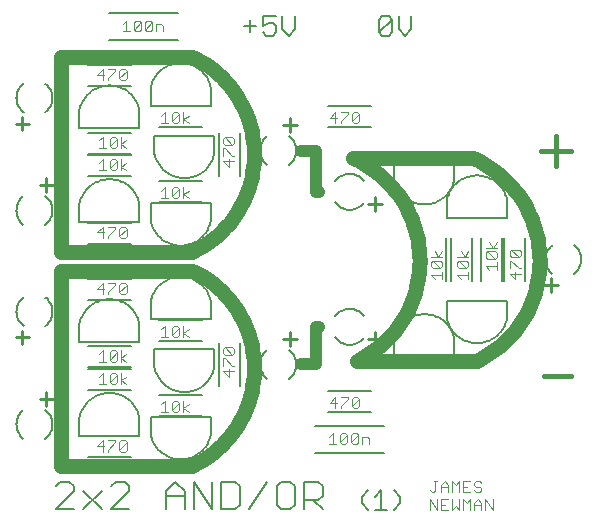
<source format=gto>
G04 Output by ViewMate Deluxe V11.0.9  PentaLogix LLC*
G04 Sun Feb 16 15:40:48 2014*
%FSLAX33Y33*%
%MOMM*%
%IPPOS*%
%ADD16C,0.127*%
%ADD17C,0.254*%
%ADD18C,0.1016*%
%ADD105C,1.27*%
%ADD106C,1.016*%
%ADD107C,0.1524*%
%ADD108C,0.2032*%
%ADD109C,0.0762*%
%ADD110C,0.4064*%

%LPD*%
X0Y0D2*D16*G1X21844Y23520D2*X21808Y23675D1*X21763Y23825*X21709Y23975*X21646Y24120*X21575Y24260*X21493Y24397*X21405Y24529*X21308Y24653*X21206Y24773*X21095Y24884*X20978Y24991*X20853Y25090*X20724Y25179*X20589Y25263*X20450Y25336*X20305Y25403*X20157Y25458*X20008Y25507*X19853Y25545*X19698Y25573*X19540Y25593*X19383Y25603*X19225Y25603*X19068Y25593*X18910Y25573*X18755Y25545*X18600Y25507*X18451Y25458*X18303Y25403*X18158Y25336*X18019Y25263*X17884Y25179*X17755Y25090*X17630Y24991*X17513Y24884*X17402Y24773*X17300Y24653*X17203Y24529*X17115Y24397*X17033Y24260*X16962Y24120*X16899Y23975*X16845Y23825*X16800Y23675*X16764Y23520*X15812Y13678D2*X15776Y13833D1*X15730Y13983*X15677Y14133*X15613Y14277*X15542Y14417*X15461Y14554*X15372Y14686*X15276Y14811*X15174Y14930*X15062Y15042*X14945Y15149*X14821Y15248*X14691Y15337*X14557Y15420*X14417Y15494*X14272Y15560*X14125Y15616*X13975Y15664*X13820Y15702*X13665Y15730*X13508Y15751*X13350Y15761*X13193Y15761*X13035Y15751*X12878Y15730*X12723Y15702*X12568Y15664*X12418Y15616*X12271Y15560*X12126Y15494*X11986Y15420*X11852Y15337*X11722Y15248*X11598Y15149*X11481Y15042*X11369Y14930*X11267Y14811*X11171Y14686*X11082Y14554*X11001Y14417*X10930Y14277*X10866Y14133*X10813Y13983*X10767Y13833*X10732Y13678*X10732Y12154*X15812Y12154*X16764Y12217D2*X16800Y12062D1*X16845Y11913*X16899Y11763*X16962Y11618*X17033Y11478*X17115Y11341*X17203Y11209*X17300Y11085*X17402Y10965*X17513Y10853*X17630Y10747*X17755Y10648*X17884Y10559*X18019Y10475*X18158Y10401*X18303Y10335*X18451Y10279*X18600Y10231*X18755Y10193*X18910Y10165*X19068Y10145*X19225Y10135*X19383Y10135*X19540Y10145*X19698Y10165*X19853Y10193*X20008Y10231*X20157Y10279*X20305Y10335*X20450Y10401*X20589Y10475*X20724Y10559*X20853Y10648*X20978Y10747*X21095Y10853*X21206Y10965*X21308Y11085*X21405Y11209*X21493Y11341*X21575Y11478*X21646Y11618*X21709Y11763*X21763Y11913*X21808Y12062*X21844Y12217*X21844Y13741*X16764Y13741*X15812Y12154D2*X15812Y13678D1*X16764Y13741D2*X16764Y12217D1*X17082Y17932D2*X17117Y17777D1*X17163Y17628*X17216Y17478*X17280Y17333*X17351Y17193*X17432Y17056*X17521Y16924*X17617Y16800*X17719Y16680*X17831Y16568*X17948Y16462*X18072Y16363*X18202Y16274*X18336Y16190*X18476Y16116*X18621Y16050*X18768Y15994*X18918Y15946*X19073Y15908*X19228Y15880*X19385Y15860*X19543Y15850*X19700Y15850*X19858Y15860*X20015Y15880*X20170Y15908*X20325Y15946*X20475Y15994*X20622Y16050*X20767Y16116*X20907Y16190*X21041Y16274*X21171Y16363*X21295Y16462*X21412Y16568*X21524Y16680*X21626Y16800*X21722Y16924*X21811Y17056*X21892Y17193*X21963Y17333*X22027Y17478*X22080Y17628*X22126Y17777*X22162Y17932*X22162Y19456*X17082Y19456*X17082Y17932*X15812Y21615D2*X15776Y21770D1*X15730Y21920*X15677Y22070*X15613Y22215*X15542Y22355*X15461Y22492*X15372Y22624*X15276Y22748*X15174Y22868*X15062Y22979*X14945Y23086*X14821Y23185*X14691Y23274*X14557Y23358*X14417Y23432*X14272Y23498*X14125Y23553*X13975Y23602*X13820Y23640*X13665Y23668*X13508Y23688*X13350Y23698*X13193Y23698*X13035Y23688*X12878Y23668*X12723Y23640*X12568Y23602*X12418Y23553*X12271Y23498*X12126Y23432*X11986Y23358*X11852Y23274*X11722Y23185*X11598Y23086*X11481Y22979*X11369Y22868*X11267Y22748*X11171Y22624*X11082Y22492*X11001Y22355*X10930Y22215*X10866Y22070*X10813Y21920*X10767Y21770*X10732Y21615*X10732Y20091*X15812Y20091*X15812Y21615*X16764Y23520D2*X16764Y21996D1*X21844Y21996*X21844Y23520*X22162Y36030D2*X22126Y35875D1*X22080Y35725*X22027Y35575*X21963Y35430*X21892Y35291*X21811Y35154*X21722Y35022*X21626Y34897*X21524Y34778*X21412Y34666*X21295Y34559*X21171Y34460*X21041Y34371*X20907Y34287*X20767Y34214*X20622Y34148*X20475Y34092*X20325Y34044*X20170Y34006*X20015Y33978*X19858Y33957*X19700Y33947*X19543Y33947*X19385Y33957*X19228Y33978*X19073Y34006*X18918Y34044*X18768Y34092*X18621Y34148*X18476Y34214*X18336Y34287*X18202Y34371*X18072Y34460*X17948Y34559*X17831Y34666*X17719Y34778*X17617Y34897*X17521Y35022*X17432Y35154*X17351Y35291*X17280Y35430*X17216Y35575*X17163Y35725*X17117Y35875*X17082Y36030*X15812Y38189D2*X10732Y38189D1*X10732Y39713*X10767Y39868*X10813Y40018*X10866Y40168*X10930Y40312*X11001Y40452*X11082Y40589*X11171Y40721*X11267Y40846*X11369Y40965*X11481Y41077*X11598Y41184*X11722Y41283*X11852Y41372*X11986Y41455*X12126Y41529*X12271Y41595*X12418Y41651*X12568Y41699*X12723Y41737*X12878Y41765*X13035Y41786*X13193Y41796*X13350Y41796*X13508Y41786*X13665Y41765*X13820Y41737*X13975Y41699*X14125Y41651*X14272Y41595*X14417Y41529*X14557Y41455*X14691Y41372*X14821Y41283*X14945Y41184*X15062Y41077*X15174Y40965*X15276Y40846*X15372Y40721*X15461Y40589*X15542Y40452*X15613Y40312*X15677Y40168*X15730Y40018*X15776Y39868*X15812Y39713*X16764Y41618D2*X16800Y41773D1*X16845Y41923*X16899Y42073*X16962Y42217*X17033Y42357*X17115Y42494*X17203Y42626*X17300Y42751*X17402Y42870*X17513Y42982*X17630Y43089*X17755Y43188*X17884Y43277*X18019Y43360*X18158Y43434*X18303Y43500*X18451Y43556*X18600Y43604*X18755Y43642*X18910Y43670*X19068Y43691*X19225Y43701*X19383Y43701*X19540Y43691*X19698Y43670*X19853Y43642*X20008Y43604*X20157Y43556*X20305Y43500*X20450Y43434*X20589Y43360*X20724Y43277*X20853Y43188*X20978Y43089*X21095Y42982*X21206Y42870*X21308Y42751*X21405Y42626*X21493Y42494*X21575Y42357*X21646Y42217*X21709Y42073*X21763Y41923*X21808Y41773*X21844Y41618*X21844Y40094*X16764Y40094*X16764Y41618*X15812Y38189D2*X15812Y39713D1*X17082Y36030D2*X17082Y37554D1*X22162Y37554*X22162Y36030*X21844Y30315D2*X21808Y30160D1*X21763Y30010*X21709Y29860*X21646Y29715*X21575Y29576*X21493Y29439*X21405Y29307*X21308Y29182*X21206Y29063*X21095Y28951*X20978Y28844*X20853Y28745*X20724Y28656*X20589Y28572*X20450Y28499*X20305Y28433*X20157Y28377*X20008Y28329*X19853Y28291*X19698Y28263*X19540Y28242*X19383Y28232*X19225Y28232*X19068Y28242*X18910Y28263*X18755Y28291*X18600Y28329*X18451Y28377*X18303Y28433*X18158Y28499*X18019Y28572*X17884Y28656*X17755Y28745*X17630Y28844*X17513Y28951*X17402Y29063*X17300Y29182*X17203Y29307*X17115Y29439*X17033Y29576*X16962Y29715*X16899Y29860*X16845Y30010*X16800Y30160*X16764Y30315*X15812Y31775D2*X15776Y31930D1*X15730Y32080*X15677Y32230*X15613Y32375*X15542Y32515*X15461Y32652*X15372Y32784*X15276Y32908*X15174Y33028*X15062Y33139*X14945Y33246*X14821Y33345*X14691Y33434*X14557Y33518*X14417Y33592*X14272Y33658*X14125Y33713*X13975Y33762*X13820Y33800*X13665Y33828*X13508Y33848*X13350Y33858*X13193Y33858*X13035Y33848*X12878Y33828*X12723Y33800*X12568Y33762*X12418Y33713*X12271Y33658*X12126Y33592*X11986Y33518*X11852Y33434*X11722Y33345*X11598Y33246*X11481Y33139*X11369Y33028*X11267Y32908*X11171Y32784*X11082Y32652*X11001Y32515*X10930Y32375*X10866Y32230*X10813Y32080*X10767Y31930*X10732Y31775*X10732Y30251*X15812Y30251*X15812Y31775*X16764Y30315D2*X16764Y31839D1*X21844Y31839*X21844Y30315*X46926Y30569D2*X46926Y32093D1*X46891Y32248*X46845Y32398*X46792Y32548*X46728Y32692*X46657Y32832*X46576Y32969*X46487Y33101*X46391Y33226*X46289Y33345*X46177Y33457*X46060Y33564*X45936Y33663*X45806Y33752*X45672Y33835*X45532Y33909*X45387Y33975*X45240Y34031*X45090Y34079*X44935Y34117*X44780Y34145*X44623Y34166*X44465Y34176*X44308Y34176*X44150Y34166*X43993Y34145*X43838Y34117*X43683Y34079*X43533Y34031*X43386Y33975*X43241Y33909*X43101Y33835*X42967Y33752*X42837Y33663*X42713Y33564*X42596Y33457*X42484Y33345*X42382Y33226*X42286Y33101*X42197Y32969*X42116Y32832*X42045Y32692*X41981Y32548*X41928Y32398*X41882Y32248*X41846Y32093*X42482Y33807D2*X42446Y33652D1*X42400Y33503*X42347Y33353*X42283Y33208*X42212Y33068*X42131Y32931*X42042Y32799*X41946Y32675*X41844Y32555*X41732Y32443*X41615Y32337*X41491Y32238*X41361Y32149*X41227Y32065*X41087Y31991*X40942Y31925*X40795Y31869*X40645Y31821*X40490Y31783*X40335Y31755*X40178Y31735*X40020Y31725*X39863Y31725*X39705Y31735*X39548Y31755*X39393Y31783*X39238Y31821*X39088Y31869*X38941Y31925*X38796Y31991*X38656Y32065*X38522Y32149*X38392Y32238*X38268Y32337*X38151Y32443*X38039Y32555*X37937Y32675*X37841Y32799*X37752Y32931*X37671Y33068*X37600Y33208*X37536Y33353*X37483Y33503*X37437Y33652*X37402Y33807*X37402Y35331*X42482Y35331*X42482Y33807*X41846Y32093D2*X41846Y30569D1*X46926Y30569*X46926Y22060D2*X46891Y21905D1*X46845Y21755*X46792Y21605*X46728Y21460*X46657Y21321*X46576Y21184*X46487Y21052*X46391Y20927*X46289Y20808*X46177Y20696*X46060Y20589*X45936Y20490*X45806Y20401*X45672Y20317*X45532Y20244*X45387Y20178*X45240Y20122*X45090Y20074*X44935Y20036*X44780Y20008*X44623Y19987*X44465Y19977*X44308Y19977*X44150Y19987*X43993Y20008*X43838Y20036*X43683Y20074*X43533Y20122*X43386Y20178*X43241Y20244*X43101Y20317*X42967Y20401*X42837Y20490*X42713Y20589*X42596Y20696*X42484Y20808*X42382Y20927*X42286Y21052*X42197Y21184*X42116Y21321*X42045Y21460*X41981Y21605*X41928Y21755*X41882Y21905*X41846Y22060*X42482Y20345D2*X42446Y20500D1*X42400Y20650*X42347Y20800*X42283Y20945*X42212Y21085*X42131Y21222*X42042Y21354*X41946Y21478*X41844Y21598*X41732Y21709*X41615Y21816*X41491Y21915*X41361Y22004*X41227Y22088*X41087Y22162*X40942Y22228*X40795Y22283*X40645Y22332*X40490Y22370*X40335Y22398*X40178Y22418*X40020Y22428*X39863Y22428*X39705Y22418*X39548Y22398*X39393Y22370*X39238Y22332*X39088Y22283*X38941Y22228*X38796Y22162*X38656Y22088*X38522Y22004*X38392Y21915*X38268Y21816*X38151Y21709*X38039Y21598*X37937Y21478*X37841Y21354*X37752Y21222*X37671Y21085*X37600Y20945*X37536Y20800*X37483Y20650*X37437Y20500*X37402Y20345*X37402Y18821*X42482Y18821*X42482Y20345*X41846Y22060D2*X41846Y23584D1*X46926Y23584*X46926Y22060*D17*X50673Y25489D2*X50673Y24346D1*X50102Y24917D2*X51244Y24917D1*X7366Y15265D2*X8509Y15265D1*X7938Y15837D2*X7938Y14694D1*X6477Y20472D2*X5334Y20472D1*X5906Y21044D2*X5906Y19901D1*X6477Y38570D2*X5334Y38570D1*X5906Y37998D2*X5906Y39141D1*X7938Y32791D2*X7938Y33934D1*X8509Y33363D2*X7366Y33363D1*X28575Y37871D2*X28575Y39014D1*X29146Y38443D2*X28004Y38443D1*X35179Y31775D2*X36322Y31775D1*X35750Y31204D2*X35750Y32347D1*X35750Y20917D2*X35750Y19774D1*X35179Y20345D2*X36322Y20345D1*X28575Y19774D2*X28575Y20917D1*X28004Y20345D2*X29146Y20345D1*D18*X14402Y46977D2*X14707Y47285D1*X14707Y46368*X15011Y46368D2*X14402Y46368D1*X15337Y46520D2*X15337Y47130D1*X15489Y47285*X15794Y47285*X15949Y47130*X15337Y46520*X15489Y46368*X15794Y46368*X15949Y46520*X15949Y47130*X16883Y47130D2*X16731Y47285D1*X16426Y47285*X16274Y47130*X16274Y46520*X16883Y46520D2*X16731Y46368D1*X16426Y46368*X16274Y46520*X16883Y47130*X16883Y46520*X17208Y46368D2*X17208Y46977D1*X17666Y46977*X17818Y46825*X17818Y46368*X31864Y12052D2*X32169Y12360D1*X32169Y11443*X32474Y11443D2*X31864Y11443D1*X32799Y11595D2*X32799Y12205D1*X32951Y12360*X33256Y12360*X33411Y12205*X33411Y11595D2*X33411Y12205D1*X32799Y11595*X32951Y11443*X33256Y11443*X33411Y11595*X33736Y11595D2*X33736Y12205D1*X33889Y12360*X34193Y12360*X34346Y12205*X34346Y11595D2*X34346Y12205D1*X33736Y11595*X33889Y11443*X34193Y11443*X34346Y11595*X34671Y11443D2*X34671Y12052D1*X35128Y12052*X35281Y11900*X35281Y11443*D105*X44069Y35649D2*X33909Y35649D1*X44066Y35649D2*X44480Y35453D1*X44884Y35240*X45276Y35004*X45654Y34752*X46022Y34480*X46378Y34193*X46716Y33886*X47041Y33566*X47351Y33231*X47643Y32878*X47917Y32515*X48174Y32136*X48412Y31747*X48631Y31346*X48832Y30937*X49012Y30516*X49169Y30089*X49309Y29654*X49426Y29213*X49522Y28766*X49596Y28316*X49649Y27861*X49680Y27407*X49687Y26949*X49675Y26492*X49639Y26038*X49581Y25585*X49502Y25136*X49400Y24691*X49279Y24249*X49134Y23818*X48971Y23391*X48786Y22972*X48583Y22565*X48359Y22167*X48115Y21780*X47854Y21405*X47574Y21044*X47280Y20696*X46967Y20363*X46639Y20046*X46297Y19743*X45938Y19461*X45568Y19192*X45184Y18946*X44790Y18715*X44384Y18504*X34226Y18504D2*X44386Y18504D1*X34224Y18504D2*X34630Y18715D1*X35024Y18946*X35408Y19192*X35778Y19461*X36137Y19743*X36479Y20046*X36807Y20363*X37120Y20696*X37414Y21044*X37694Y21405*X37955Y21780*X38199Y22167*X38423Y22565*X38626Y22972*X38811Y23391*X38974Y23818*X39119Y24249*X39240Y24691*X39342Y25136*X39421Y25585*X39479Y26038*X39515Y26492*X39527Y26949*X39520Y27407*X39489Y27861*X39436Y28316*X39362Y28766*X39266Y29213*X39149Y29654*X39009Y30089*X38852Y30516*X38672Y30937*X38471Y31346*X38252Y31747*X38014Y32136*X37757Y32515*X37483Y32878*X37191Y33231*X36881Y33566*X36556Y33886*X36218Y34193*X35862Y34480*X35494Y34752*X35116Y35004*X34724Y35240*X34320Y35453*X33906Y35649*X9144Y27711D2*X9144Y44221D1*X20256Y44221*X20254Y44221D2*X20648Y44026D1*X21034Y43810*X21405Y43579*X21768Y43327*X22116Y43061*X22451Y42776*X22774Y42476*X23081Y42161*X23371Y41834*X23645Y41491*X23904Y41135*X24145Y40767*X24366Y40386*X24572Y39997*X24755Y39599*X24922Y39192*X25067Y38778*X25192Y38357*X25298Y37930*X25382Y37498*X25446Y37064*X25489Y36624*X25509Y36187*X25509Y35745*X25489Y35309*X25446Y34869*X25382Y34435*X25298Y34003*X25192Y33576*X25067Y33155*X24922Y32741*X24755Y32334*X24572Y31935*X24366Y31547*X24145Y31166*X23904Y30798*X23645Y30442*X23371Y30099*X23081Y29771*X22774Y29456*X22451Y29157*X22116Y28872*X21768Y28605*X21405Y28354*X21034Y28123*X20648Y27907*X20254Y27711*X9144Y27711D2*X20256Y27711D1*X9144Y9614D2*X9144Y26124D1*X20256Y26124*X20254Y26124D2*X20648Y25928D1*X21034Y25712*X21405Y25481*X21768Y25230*X22116Y24963*X22451Y24679*X22774Y24379*X23081Y24064*X23371Y23736*X23645Y23393*X23904Y23038*X24145Y22670*X24366Y22288*X24572Y21900*X24755Y21501*X24922Y21095*X25067Y20681*X25192Y20259*X25298Y19832*X25382Y19401*X25446Y18966*X25489Y18527*X25509Y18090*X25509Y17648*X25489Y17211*X25446Y16772*X25382Y16337*X25298Y15905*X25192Y15479*X25067Y15057*X24922Y14643*X24755Y14237*X24572Y13838*X24366Y13449*X24145Y13068*X23904Y12700*X23645Y12344*X23371Y12002*X23081Y11674*X22774Y11359*X22451Y11059*X22116Y10775*X21768Y10508*X21405Y10257*X21034Y10025*X20648Y9809*X20254Y9614*X9144Y9614D2*X20256Y9614D1*D106*X29464Y18186D2*X30734Y18186D1*X30734Y21361*X31052Y21361*X30734Y36284D2*X29464Y36284D1*X31052Y32791D2*X30734Y32791D1*X30734Y36284*D107*X34811Y20447D2*X34737Y20356D1*X34656Y20269*X34567Y20190*X34475Y20119*X34376Y20056*X34272Y19997*X34166Y19949*X34056Y19909*X33942Y19878*X33825Y19855*X33708Y19842*X33592Y19837*X32388Y22296D2*X32464Y22385D1*X32542Y22469*X32631Y22545*X32723Y22614*X32819Y22675*X32921Y22730*X33028Y22776*X33137Y22817*X33249Y22847*X33360Y22868*X33477Y22880*X33592Y22885*X34795Y22296D2*X34719Y22385D1*X34641Y22469*X34552Y22545*X34460Y22614*X34364Y22675*X34262Y22730*X34155Y22776*X34046Y22817*X33934Y22847*X33823Y22868*X33706Y22880*X33592Y22885*X32352Y20475D2*X32426Y20381D1*X32507Y20292*X32596Y20208*X32690Y20132*X32789Y20066*X32893Y20008*X33005Y19954*X33117Y19914*X33233Y19881*X33350Y19858*X33472Y19842*X33592Y19837*X52624Y28280D2*X52713Y28204D1*X52796Y28125*X52873Y28037*X52941Y27945*X53002Y27849*X53058Y27747*X53104Y27640*X53144Y27531*X53175Y27419*X53195Y27308*X53208Y27191*X53213Y27076*X50775Y25857D2*X50683Y25931D1*X50597Y26012*X50518Y26101*X50447Y26192*X50383Y26292*X50325Y26396*X50277Y26502*X50236Y26612*X50206Y26726*X50183Y26843*X50170Y26960*X50165Y27076*X50803Y28316D2*X50709Y28242D1*X50620Y28161*X50536Y28072*X50460Y27978*X50394Y27879*X50335Y27775*X50282Y27663*X50241Y27551*X50208Y27435*X50185Y27318*X50170Y27196*X50165Y27076*X52624Y25872D2*X52713Y25949D1*X52796Y26027*X52873Y26116*X52941Y26208*X53002Y26304*X53058Y26406*X53104Y26513*X53144Y26622*X53175Y26734*X53195Y26845*X53208Y26962*X53213Y27076*X48450Y25235D2*X48450Y28918D1*X46672Y28918D2*X46672Y25235D1*X46546Y25235D2*X46546Y28918D1*X44768Y28918D2*X44768Y25235D1*X44006Y25235D2*X44006Y28918D1*X42228Y28918D2*X42228Y25235D1*X41783Y25235D2*X41783Y28918D1*X40005Y28918D2*X40005Y25235D1*X33592Y34315D2*X33477Y34310D1*X33360Y34298*X33249Y34277*X33137Y34247*X33028Y34206*X32921Y34160*X32819Y34105*X32723Y34044*X32631Y33975*X32542Y33899*X32464Y33815*X32388Y33726*X33592Y31267D2*X33708Y31272D1*X33825Y31285*X33942Y31308*X34056Y31339*X34166Y31379*X34272Y31427*X34376Y31486*X34475Y31549*X34567Y31620*X34656Y31699*X34737Y31786*X34811Y31877*X33592Y34315D2*X33706Y34310D1*X33823Y34298*X33934Y34277*X34046Y34247*X34155Y34206*X34262Y34160*X34364Y34105*X34460Y34044*X34552Y33975*X34641Y33899*X34719Y33815*X34795Y33726*X33592Y31267D2*X33472Y31272D1*X33350Y31288*X33233Y31311*X33117Y31344*X33005Y31384*X32893Y31438*X32789Y31496*X32690Y31562*X32596Y31638*X32507Y31722*X32426Y31811*X32352Y31905*X38829Y47640D2*X38829Y46556D1*X38288Y46012*X37744Y46556*X37744Y47640*X37193Y47368D2*X36921Y47640D1*X36380Y47640*X36109Y47368*X36109Y46284D2*X36380Y46012D1*X36921Y46012*X37193Y46284*X37193Y47368*X36109Y46284*X36109Y47368*X25171Y46284D2*X25171Y47368D1*X25712Y46825D2*X24628Y46825D1*X27351Y47640D2*X26266Y47640D1*X26266Y46825*X27351Y46284D2*X27351Y46825D1*X27079Y47097*X26807Y47097*X26266Y46825*X26266Y46284D2*X26538Y46012D1*X27079Y46012*X27351Y46284*X28445Y46012D2*X27902Y46556D1*X27902Y47640*X28986Y47640D2*X28986Y46556D1*X28445Y46012*X35433Y40030D2*X31750Y40030D1*X31750Y38252D2*X35433Y38252D1*X7836Y14326D2*X7927Y14252D1*X8014Y14171*X8092Y14082*X8164Y13990*X8227Y13891*X8285Y13787*X8334Y13680*X8374Y13571*X8405Y13457*X8428Y13340*X8440Y13223*X8446Y13106*X5987Y11902D2*X5898Y11979D1*X5814Y12057*X5738Y12146*X5669Y12238*X5608Y12334*X5552Y12436*X5507Y12543*X5466Y12652*X5436Y12764*X5415Y12875*X5403Y12992*X5398Y13106*X5987Y14310D2*X5898Y14234D1*X5814Y14155*X5738Y14067*X5669Y13975*X5608Y13879*X5552Y13777*X5507Y13670*X5466Y13561*X5436Y13449*X5415Y13338*X5403Y13221*X5398Y13106*X7808Y11867D2*X7902Y11941D1*X7991Y12022*X8075Y12111*X8151Y12205*X8217Y12304*X8275Y12408*X8329Y12520*X8369Y12631*X8402Y12748*X8425Y12865*X8440Y12987*X8446Y13106*X7856Y23835D2*X7945Y23759D1*X8029Y23680*X8105Y23592*X8174Y23500*X8235Y23404*X8291Y23302*X8336Y23195*X8377Y23086*X8407Y22974*X8428Y22863*X8440Y22746*X8446Y22631*X6007Y21412D2*X5916Y21486D1*X5829Y21567*X5751Y21656*X5679Y21747*X5616Y21847*X5558Y21951*X5509Y22057*X5469Y22167*X5438Y22281*X5415Y22398*X5403Y22515*X5398Y22631*X6035Y23871D2*X5941Y23797D1*X5852Y23716*X5768Y23627*X5692Y23533*X5626Y23434*X5568Y23330*X5514Y23218*X5474Y23106*X5441Y22990*X5418Y22873*X5403Y22751*X5398Y22631*X7856Y21427D2*X7945Y21504D1*X8029Y21582*X8105Y21671*X8174Y21763*X8235Y21859*X8291Y21961*X8336Y22068*X8377Y22177*X8407Y22288*X8428Y22400*X8440Y22517*X8446Y22631*X7836Y32423D2*X7927Y32349D1*X8014Y32268*X8092Y32179*X8164Y32088*X8227Y31989*X8285Y31885*X8334Y31778*X8374Y31669*X8405Y31554*X8428Y31438*X8440Y31321*X8446Y31204*X5987Y30000D2*X5898Y30076D1*X5814Y30155*X5738Y30244*X5669Y30335*X5608Y30432*X5552Y30533*X5507Y30640*X5466Y30749*X5436Y30861*X5415Y30973*X5403Y31090*X5398Y31204*X5987Y32408D2*X5898Y32332D1*X5814Y32253*X5738Y32164*X5669Y32073*X5608Y31976*X5552Y31874*X5507Y31768*X5466Y31659*X5436Y31547*X5415Y31435*X5403Y31318*X5398Y31204*X7808Y29964D2*X7902Y30038D1*X7991Y30119*X8075Y30208*X8151Y30302*X8217Y30401*X8275Y30505*X8329Y30617*X8369Y30729*X8402Y30846*X8425Y30963*X8440Y31085*X8446Y31204*X7856Y41933D2*X7945Y41857D1*X8029Y41778*X8105Y41689*X8174Y41598*X8235Y41501*X8291Y41399*X8336Y41293*X8377Y41184*X8407Y41072*X8428Y40960*X8440Y40843*X8446Y40729*X6007Y39510D2*X5916Y39583D1*X5829Y39665*X5751Y39754*X5679Y39845*X5616Y39944*X5558Y40048*X5509Y40155*X5469Y40264*X5438Y40378*X5415Y40495*X5403Y40612*X5398Y40729*X6035Y41968D2*X5941Y41895D1*X5852Y41813*X5768Y41725*X5692Y41631*X5626Y41532*X5568Y41427*X5514Y41316*X5474Y41204*X5441Y41087*X5418Y40970*X5403Y40848*X5398Y40729*X7856Y39525D2*X7945Y39601D1*X8029Y39680*X8105Y39769*X8174Y39860*X8235Y39957*X8291Y40058*X8336Y40165*X8377Y40274*X8407Y40386*X8428Y40498*X8440Y40615*X8446Y40729*X19050Y47904D2*X13208Y47904D1*X13208Y45618D2*X19050Y45618D1*X11430Y43523D2*X15113Y43523D1*X15113Y41745D2*X11430Y41745D1*X21146Y40030D2*X17462Y40030D1*X26035Y36284D2*X26040Y36170D1*X26053Y36053*X26073Y35941*X26104Y35829*X26144Y35720*X26190Y35613*X26246Y35512*X26307Y35415*X26375Y35324*X26452Y35235*X26535Y35156*X26624Y35080*X29083Y36284D2*X29078Y36401D1*X29065Y36518*X29042Y36634*X29012Y36749*X28971Y36858*X28923Y36965*X28865Y37069*X28801Y37168*X28730Y37259*X28651Y37348*X28565Y37429*X28473Y37503*X26035Y36284D2*X26040Y36398D1*X26053Y36515*X26073Y36627*X26104Y36739*X26144Y36848*X26190Y36954*X26246Y37056*X26307Y37153*X26375Y37244*X26452Y37333*X26535Y37412*X26624Y37488*X29083Y36284D2*X29078Y36165D1*X29063Y36043*X29040Y35926*X29007Y35809*X28966Y35697*X28913Y35585*X28854Y35481*X28788Y35382*X28712Y35288*X28628Y35199*X28539Y35118*X28445Y35044*X24320Y34125D2*X24320Y37808D1*X22542Y37808D2*X22542Y34125D1*X17462Y38252D2*X21146Y38252D1*X11430Y37808D2*X15113Y37808D1*X15113Y36030D2*X11430Y36030D1*X11430Y35903D2*X15113Y35903D1*X15113Y34125D2*X11430Y34125D1*X21146Y33680D2*X17462Y33680D1*X17462Y31902D2*X21146Y31902D1*X11430Y30188D2*X15113Y30188D1*X15113Y28410D2*X11430Y28410D1*X11430Y25425D2*X15113Y25425D1*X15113Y23647D2*X11430Y23647D1*X21146Y21933D2*X17462Y21933D1*X17462Y20155D2*X21146Y20155D1*X11430Y19710D2*X15113Y19710D1*X15113Y17932D2*X11430Y17932D1*X11430Y17805D2*X15113Y17805D1*X15113Y16027D2*X11430Y16027D1*X11430Y10312D2*X15113Y10312D1*X15113Y12090D2*X11430Y12090D1*X17462Y13805D2*X21146Y13805D1*X21146Y15583D2*X17462Y15583D1*X22542Y20028D2*X22542Y16345D1*X24320Y16345D2*X24320Y20028D1*X37348Y5880D2*X37892Y6424D1*X37892Y6965*X37348Y7508*X35712Y6965D2*X36253Y7508D1*X36253Y5880*X35712Y5880D2*X36797Y5880D1*X35164Y5880D2*X34620Y6424D1*X34620Y6965*X35164Y7508*X36512Y10693D2*X30670Y10693D1*X30670Y12979D2*X36512Y12979D1*X35433Y14122D2*X31750Y14122D1*X31750Y15900D2*X35433Y15900D1*X29083Y18186D2*X29078Y18067D1*X29063Y17945*X29040Y17828*X29007Y17711*X28966Y17600*X28913Y17488*X28854Y17384*X28788Y17285*X28712Y17191*X28628Y17102*X28539Y17021*X28445Y16947*X26035Y18186D2*X26040Y18072D1*X26053Y17955*X26073Y17844*X26104Y17732*X26144Y17623*X26190Y17516*X26246Y17414*X26307Y17318*X26375Y17226*X26452Y17137*X26535Y17059*X26624Y16982*X29083Y18186D2*X29078Y18303D1*X29065Y18420*X29042Y18537*X29012Y18651*X28971Y18760*X28923Y18867*X28865Y18971*X28801Y19070*X28730Y19162*X28651Y19251*X28565Y19332*X28473Y19406*X26035Y18186D2*X26040Y18301D1*X26053Y18418*X26073Y18529*X26104Y18641*X26144Y18750*X26190Y18857*X26246Y18959*X26307Y19055*X26375Y19147*X26452Y19235*X26535Y19314*X26624Y19390*D108*X30546Y6685D2*X31326Y5906D1*X29766Y8245D2*X30937Y8245D1*X31326Y7856*X31326Y7076*X30937Y6685*X29766Y6685*X29766Y8245D2*X29766Y5906D1*X27427Y7856D2*X27818Y8245D1*X28598Y8245*X28986Y7856*X28986Y6297*X28598Y5906*X27818Y5906*X27427Y6297*X27427Y7856*X25090Y5906D2*X26647Y8245D1*X18072Y7465D2*X18852Y8245D1*X19632Y7465*X22751Y8245D2*X22751Y5906D1*X23919Y5906*X24310Y6297*X24310Y7856*X23919Y8245*X22751Y8245*X21971Y8245D2*X21971Y5906D1*X20411Y8245*X20411Y5906*X19632Y7465D2*X19632Y5906D1*X18072Y7076D2*X19632Y7076D1*X18072Y7465D2*X18072Y5906D1*X8717Y7856D2*X9108Y8245D1*X9888Y8245*X10277Y7856*X10277Y7465*X12616Y5906D2*X11057Y7465D1*X14956Y5906D2*X13396Y5906D1*X14956Y7465*X14956Y7856*X14564Y8245*X13785Y8245*X13396Y7856*X11057Y5906D2*X12616Y7465D1*X10277Y5906D2*X8717Y5906D1*X10277Y7465*D109*X13780Y43012D2*X13780Y43170D1*X13152Y43170*X12845Y42697D2*X12217Y42697D1*X12687Y43170*X12687Y42228*X13152Y42228D2*X13152Y42385D1*X13780Y43012*X14717Y43012D2*X14559Y43170D1*X14244Y43170*X14089Y43012*X14089Y42385*X14244Y42228D2*X14559Y42228D1*X14717Y42385*X14717Y43012*X14089Y42385*X14244Y42228*X13780Y11580D2*X13780Y11737D1*X13152Y11737*X12845Y11265D2*X12217Y11265D1*X12687Y11737*X12687Y10795*X13152Y10795D2*X13152Y10952D1*X13780Y11580*X14089Y10952D2*X14089Y11580D1*X14244Y11737*X14559Y11737*X14717Y11580D2*X14717Y10952D1*X14559Y10795*X14244Y10795*X14089Y10952*X14717Y11580*X14559Y11737*X14714Y18415D2*X14244Y18730D1*X14714Y19042*X12372Y17137D2*X12687Y17452D1*X13000Y16510D2*X12372Y16510D1*X12687Y17452D2*X12687Y16510D1*X12372Y19042D2*X12687Y19357D1*X12687Y18415*X13000Y18415D2*X12372Y18415D1*X13310Y18572D2*X13310Y19200D1*X13465Y19357*X13780Y19357*X13937Y19200*X14244Y18415D2*X14244Y19357D1*X13780Y18415D2*X13937Y18572D1*X13937Y19200*X13310Y18572*X13465Y18415*X13780Y18415*X13937Y17295D2*X13780Y17452D1*X13465Y17452*X13310Y17295*X13310Y16667*X13937Y16667D2*X13937Y17295D1*X13310Y16667*X13465Y16510*X13780Y16510*X13937Y16667*X14244Y17452D2*X14244Y16510D1*X14714Y17137D2*X14244Y16825D1*X14714Y16510*X17628Y14788D2*X17940Y15103D1*X17940Y14160*X18255Y14160D2*X17628Y14160D1*X19190Y14945D2*X19032Y15103D1*X18720Y15103*X18562Y14945*X18562Y14318*X19190Y14318D2*X19032Y14160D1*X18720Y14160*X18562Y14318*X19190Y14945*X19190Y14318*X19969Y14160D2*X19500Y14475D1*X19969Y14788*X19500Y15103D2*X19500Y14160D1*X22898Y19474D2*X23053Y19632D1*X23053Y18694D2*X22898Y18694D1*X22898Y18070*X23368Y17760D2*X23368Y17132D1*X22898Y17602*X23838Y17602*X23838Y18070D2*X23680Y18070D1*X23053Y18694*X23680Y19004D2*X23838Y19162D1*X23838Y19474*X23680Y19632*X23053Y19632*X23680Y19004*X23053Y19004*X22898Y19162*X22898Y19474*X19969Y20510D2*X19500Y20825D1*X19969Y21138*X19500Y21453D2*X19500Y20510D1*X19190Y21295D2*X19190Y20668D1*X19032Y20510*X18720Y20510*X18562Y20668*X19190Y21295*X19032Y21453*X18720Y21453*X18562Y21295*X18562Y20668*X17628Y20510D2*X18255Y20510D1*X17940Y20510D2*X17940Y21453D1*X17628Y21138*X12687Y24130D2*X12687Y25072D1*X14089Y24915D2*X14089Y24287D1*X14717Y24915D2*X14717Y24287D1*X14559Y24130*X14244Y24130*X14089Y24287*X14717Y24915*X14559Y25072*X14244Y25072*X14089Y24915*X13780Y25072D2*X13780Y24915D1*X13152Y24287*X13152Y24130*X12845Y24600D2*X12217Y24600D1*X12687Y25072*X13780Y25072D2*X13152Y25072D1*X13780Y29677D2*X13780Y29835D1*X13152Y29835*X12845Y29362D2*X12217Y29362D1*X12687Y29835*X12687Y28892*X13152Y28892D2*X13152Y29050D1*X13780Y29677*X14089Y29050D2*X14089Y29677D1*X14244Y29835*X14559Y29835*X14717Y29677*X14089Y29050*X14244Y28892*X14559Y28892*X14717Y29050*X14717Y29677*X19969Y32258D2*X19500Y32573D1*X19969Y32885*X19500Y33200D2*X19500Y32258D1*X19190Y33043D2*X19032Y33200D1*X18720Y33200*X18562Y33043*X18562Y32415*X18720Y32258*X19032Y32258*X19190Y32415*X19190Y33043*X18562Y32415*X17628Y32258D2*X18255Y32258D1*X17940Y32258D2*X17940Y33200D1*X17628Y32885*X13310Y34765D2*X13310Y35392D1*X14714Y34608D2*X14244Y34922D1*X14714Y35235*X14244Y35550D2*X14244Y34608D1*X13937Y35392D2*X13937Y34765D1*X13780Y34608*X13465Y34608*X13310Y34765*X13937Y35392*X13780Y35550*X13465Y35550*X13310Y35392*X12372Y35235D2*X12687Y35550D1*X13000Y34608D2*X12372Y34608D1*X12687Y35550D2*X12687Y34608D1*X12372Y37140D2*X12687Y37455D1*X12687Y36512*X13000Y36512D2*X12372Y36512D1*X13310Y36670D2*X13310Y37297D1*X13465Y37455*X13780Y37455*X13937Y37297*X13310Y36670*X13465Y36512*X13780Y36512*X13937Y36670*X13937Y37297*X14244Y36512D2*X14244Y37455D1*X14714Y36512D2*X14244Y36827D1*X14714Y37140*X17628Y39235D2*X17940Y39550D1*X17940Y38608*X18255Y38608D2*X17628Y38608D1*X19190Y39393D2*X19032Y39550D1*X18720Y39550*X18562Y39393*X18562Y38765*X19190Y38765D2*X19190Y39393D1*X18562Y38765*X18720Y38608*X19032Y38608*X19190Y38765*X19500Y39550D2*X19500Y38608D1*X19969Y39235D2*X19500Y38923D1*X19969Y38608*X23053Y36474D2*X22898Y36474D1*X22898Y35850*X23368Y35540D2*X23368Y34912D1*X22898Y35382*X23838Y35382*X23838Y35850D2*X23680Y35850D1*X23053Y36474*X23053Y37412D2*X22898Y37254D1*X22898Y36942*X23053Y36784*X23680Y36784*X23838Y37254D2*X23680Y37412D1*X23053Y37412*X23680Y36784*X23838Y36942*X23838Y37254*X33477Y39393D2*X33477Y39550D1*X32850Y39550*X32542Y39078D2*X31915Y39078D1*X32385Y39550*X32385Y38608*X32850Y38608D2*X32850Y38765D1*X33477Y39393*X34414Y39393D2*X34257Y39550D1*X33942Y39550*X33787Y39393*X33787Y38765*X34257Y38608D2*X34414Y38765D1*X34414Y39393*X33787Y38765*X33942Y38608*X34257Y38608*X45436Y26180D2*X45123Y26492D1*X47155Y27742D2*X47310Y27899D1*X47310Y26962D2*X47155Y26962D1*X47155Y26337*X47625Y26027D2*X47625Y25400D1*X47155Y25870*X48095Y25870*X48095Y26337D2*X47937Y26337D1*X47310Y26962*X47937Y27272D2*X48095Y27429D1*X48095Y27742*X47937Y27899*X47310Y27899*X47937Y27272*X47310Y27272*X47155Y27429*X47155Y27742*X45436Y28519D2*X45750Y28049D1*X46063Y28519*X45123Y28049D2*X46063Y28049D1*X45278Y27742D2*X45905Y27742D1*X46063Y27584*X46063Y27272*X45905Y27114*X45278Y27742*X45123Y27584*X45123Y27272*X45278Y27114*X45905Y27114*X46063Y26180D2*X46063Y26807D1*X45123Y26492D2*X46063Y26492D1*X42865Y26337D2*X43492Y26337D1*X40800Y25400D2*X40488Y25715D1*X41427Y25715*X41427Y26027D2*X41427Y25400D1*X41270Y26337D2*X40643Y26337D1*X40488Y26492*X40488Y26807*X40643Y26962*X41270Y26962D2*X40643Y26962D1*X41270Y26337*X41427Y26492*X41427Y26807*X41270Y26962*X40488Y27272D2*X41427Y27272D1*X40800Y27742D2*X41115Y27272D1*X41427Y27742*X43023Y27742D2*X43337Y27272D1*X43650Y27742*X42710Y27272D2*X43650Y27272D1*X42865Y26962D2*X43492Y26962D1*X43650Y26807*X43650Y26492*X43492Y26337*X42865Y26962*X42710Y26807*X42710Y26492*X42865Y26337*X43023Y25400D2*X42710Y25715D1*X43650Y25715*X43650Y25400D2*X43650Y26027D1*X43205Y7836D2*X43518Y7836D1*X40399Y5842D2*X40399Y6784D1*X42271Y6784D2*X42271Y5842D1*X41333Y6312D2*X41648Y6312D1*X41961Y6784D2*X41333Y6784D1*X41333Y7836D2*X41961Y7836D1*X41333Y7366D2*X41333Y7993D1*X41648Y8308*X41961Y7993*X41961Y7366*X42271Y7366D2*X42271Y8308D1*X42583Y7993*X42898Y8308*X42898Y7366*X43205Y7366D2*X43205Y8308D1*X43833Y8308*X44768Y8151D2*X44613Y8308D1*X44298Y8308*X44140Y8151*X44140Y7993*X44298Y7836*X44613Y7836*X44768Y7681*X44768Y7523*X44613Y7366*X44298Y7366*X44140Y7523*X43205Y7366D2*X43833Y7366D1*X43205Y5842D2*X43205Y6784D1*X44768Y6312D2*X44140Y6312D1*X45705Y6784D2*X45705Y5842D1*X45077Y6784*X45077Y5842*X44768Y5842D2*X44768Y6469D1*X44455Y6784*X44140Y6469*X44140Y5842*X43833Y5842D2*X43833Y6784D1*X43518Y6469*X43205Y6784*X42898Y6784D2*X42898Y5842D1*X42583Y6157*X42271Y5842*X41961Y5842D2*X41333Y5842D1*X41333Y6784*X41026Y6784D2*X41026Y5842D1*X40399Y6784*X40399Y7523D2*X40556Y7366D1*X40714Y7366*X40869Y7523*X40869Y8308*X40714Y8308D2*X41026Y8308D1*X34414Y15263D2*X34257Y15420D1*X33942Y15420*X33787Y15263*X33787Y14635D2*X33942Y14478D1*X34257Y14478*X34414Y14635*X34414Y15263*X33787Y14635*X33787Y15263*X32850Y15420D2*X33477Y15420D1*X33477Y15263*X32850Y14635*X32850Y14478*X32542Y14948D2*X31915Y14948D1*X32385Y15420*X32385Y14478*D110*X50102Y17234D2*X52324Y17234D1*X51054Y37554D2*X51054Y35014D1*X49784Y36284D2*X52324Y36284D1*X0Y0D2*M02*
</source>
